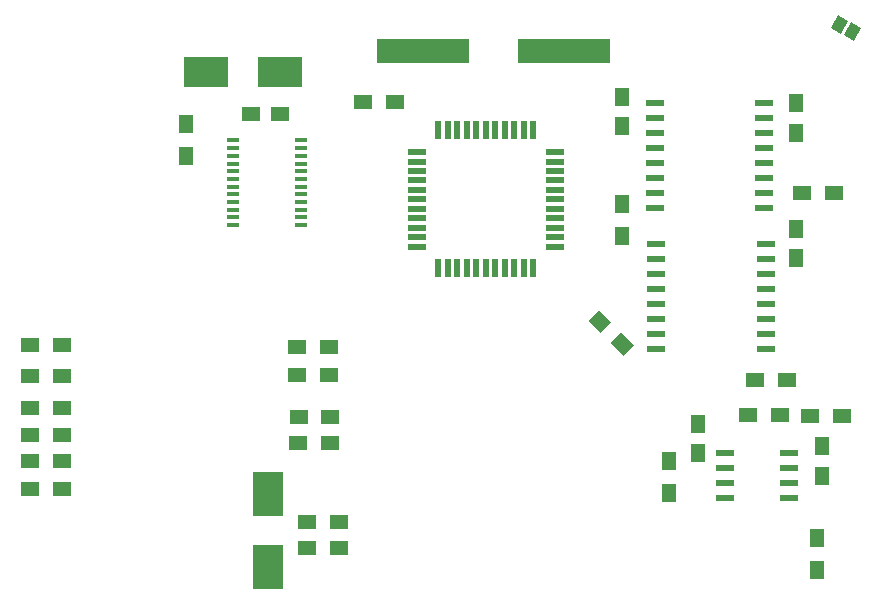
<source format=gtp>
G04 #@! TF.FileFunction,Paste,Top*
%FSLAX46Y46*%
G04 Gerber Fmt 4.6, Leading zero omitted, Abs format (unit mm)*
G04 Created by KiCad (PCBNEW 4.0.7-e2-6376~61~ubuntu18.04.1) date Sun Dec  9 20:36:19 2018*
%MOMM*%
%LPD*%
G01*
G04 APERTURE LIST*
%ADD10C,0.100000*%
%ADD11R,1.100000X0.400000*%
%ADD12R,1.500000X1.250000*%
%ADD13R,1.250000X1.500000*%
%ADD14R,1.500000X1.300000*%
%ADD15R,1.300000X1.500000*%
%ADD16R,0.560000X1.600000*%
%ADD17R,1.600000X0.560000*%
%ADD18R,1.500000X0.600000*%
%ADD19R,1.550000X0.600000*%
%ADD20R,7.875000X2.000000*%
%ADD21R,3.750000X2.500000*%
%ADD22R,2.500000X3.750000*%
G04 APERTURE END LIST*
D10*
D11*
X76567958Y-40260252D03*
X76567958Y-40910252D03*
X76567958Y-41560252D03*
X76567958Y-42210252D03*
X76567958Y-42860252D03*
X76567958Y-43510252D03*
X76567958Y-44160252D03*
X76567958Y-44810252D03*
X76567958Y-45460252D03*
X76567958Y-46110252D03*
X76567958Y-46760252D03*
X76567958Y-47410252D03*
X82267958Y-47410252D03*
X82267958Y-46760252D03*
X82267958Y-46110252D03*
X82267958Y-45460252D03*
X82267958Y-44810252D03*
X82267958Y-44160252D03*
X82267958Y-43510252D03*
X82267958Y-42860252D03*
X82267958Y-42210252D03*
X82267958Y-41560252D03*
X82267958Y-40910252D03*
X82267958Y-40260252D03*
D12*
X80535000Y-38035000D03*
X78035000Y-38035000D03*
D13*
X109480044Y-39036756D03*
X109480044Y-36536756D03*
X124185000Y-37085000D03*
X124185000Y-39585000D03*
X124235000Y-47735000D03*
X124235000Y-50235000D03*
D14*
X90235000Y-37035000D03*
X87535000Y-37035000D03*
D15*
X72535000Y-41585000D03*
X72535000Y-38885000D03*
D14*
X59385000Y-60235000D03*
X62085000Y-60235000D03*
X59385000Y-67385000D03*
X62085000Y-67385000D03*
X81985000Y-60135000D03*
X84685000Y-60135000D03*
X59335000Y-57585000D03*
X62035000Y-57585000D03*
X59385000Y-69735000D03*
X62085000Y-69735000D03*
X81985000Y-57735000D03*
X84685000Y-57735000D03*
X59385000Y-65235000D03*
X62085000Y-65235000D03*
X82785000Y-74735000D03*
X85485000Y-74735000D03*
X82035000Y-65885000D03*
X84735000Y-65885000D03*
X59385000Y-62885000D03*
X62085000Y-62885000D03*
X82785000Y-72535000D03*
X85485000Y-72535000D03*
X82085000Y-63685000D03*
X84785000Y-63685000D03*
D15*
X109485000Y-45635000D03*
X109485000Y-48335000D03*
D14*
X127435000Y-44735000D03*
X124735000Y-44735000D03*
D10*
G36*
X110479543Y-57560305D02*
X109560305Y-58479543D01*
X108499645Y-57418883D01*
X109418883Y-56499645D01*
X110479543Y-57560305D01*
X110479543Y-57560305D01*
G37*
G36*
X108570355Y-55651117D02*
X107651117Y-56570355D01*
X106590457Y-55509695D01*
X107509695Y-54590457D01*
X108570355Y-55651117D01*
X108570355Y-55651117D01*
G37*
D14*
X123435000Y-60535000D03*
X120735000Y-60535000D03*
D15*
X125985000Y-76585000D03*
X125985000Y-73885000D03*
X113435000Y-70085000D03*
X113435000Y-67385000D03*
D14*
X120135000Y-63535000D03*
X122835000Y-63535000D03*
X125385000Y-63585000D03*
X128085000Y-63585000D03*
D16*
X93930044Y-51095041D03*
X94730044Y-51095041D03*
X95530044Y-51095041D03*
X96330044Y-51095041D03*
X97130044Y-51095041D03*
X97930044Y-51095041D03*
X98730044Y-51095041D03*
X99530044Y-51095041D03*
X100330044Y-51095041D03*
X101130044Y-51095041D03*
X101930044Y-51095041D03*
D17*
X103780044Y-49245041D03*
X103780044Y-48445041D03*
X103780044Y-47645041D03*
X103780044Y-46845041D03*
X103780044Y-46045041D03*
X103780044Y-45245041D03*
X103780044Y-44445041D03*
X103780044Y-43645041D03*
X103780044Y-42845041D03*
X103780044Y-42045041D03*
X103780044Y-41245041D03*
D16*
X101930044Y-39395041D03*
X101130044Y-39395041D03*
X100330044Y-39395041D03*
X99530044Y-39395041D03*
X98730044Y-39395041D03*
X97930044Y-39395041D03*
X97130044Y-39395041D03*
X96330044Y-39395041D03*
X95530044Y-39395041D03*
X94730044Y-39395041D03*
X93930044Y-39395041D03*
D17*
X92080044Y-41245041D03*
X92080044Y-42045041D03*
X92080044Y-42845041D03*
X92080044Y-43645041D03*
X92080044Y-44445041D03*
X92080044Y-45245041D03*
X92080044Y-46045041D03*
X92080044Y-46845041D03*
X92080044Y-47645041D03*
X92080044Y-48445041D03*
X92080044Y-49245041D03*
D18*
X112230044Y-37086756D03*
X112230044Y-38356756D03*
X112230044Y-39626756D03*
X112230044Y-40896756D03*
X112230044Y-42166756D03*
X112230044Y-43436756D03*
X112230044Y-44706756D03*
X112230044Y-45976756D03*
X121530044Y-45976756D03*
X121530044Y-44706756D03*
X121530044Y-43436756D03*
X121530044Y-42166756D03*
X121530044Y-40896756D03*
X121530044Y-39626756D03*
X121530044Y-38356756D03*
X121530044Y-37086756D03*
X112330044Y-48986756D03*
X112330044Y-50256756D03*
X112330044Y-51526756D03*
X112330044Y-52796756D03*
X112330044Y-54066756D03*
X112330044Y-55336756D03*
X112330044Y-56606756D03*
X112330044Y-57876756D03*
X121630044Y-57876756D03*
X121630044Y-56606756D03*
X121630044Y-55336756D03*
X121630044Y-54066756D03*
X121630044Y-52796756D03*
X121630044Y-51526756D03*
X121630044Y-50256756D03*
X121630044Y-48986756D03*
D19*
X118185000Y-66730000D03*
X118185000Y-68000000D03*
X118185000Y-69270000D03*
X118185000Y-70540000D03*
X123585000Y-70540000D03*
X123585000Y-69270000D03*
X123585000Y-68000000D03*
X123585000Y-66730000D03*
D20*
X92647500Y-32685000D03*
X104522500Y-32685000D03*
D13*
X115885000Y-66735000D03*
X115885000Y-64235000D03*
X126385000Y-66135000D03*
X126385000Y-68635000D03*
D21*
X80535000Y-34485000D03*
X74285000Y-34485000D03*
D22*
X79535000Y-76410000D03*
X79535000Y-70160000D03*
D10*
G36*
X127983266Y-31207426D02*
X127143222Y-30722426D01*
X127778222Y-29622574D01*
X128618266Y-30107574D01*
X127983266Y-31207426D01*
X127983266Y-31207426D01*
G37*
G36*
X129091778Y-31847426D02*
X128251734Y-31362426D01*
X128886734Y-30262574D01*
X129726778Y-30747574D01*
X129091778Y-31847426D01*
X129091778Y-31847426D01*
G37*
M02*

</source>
